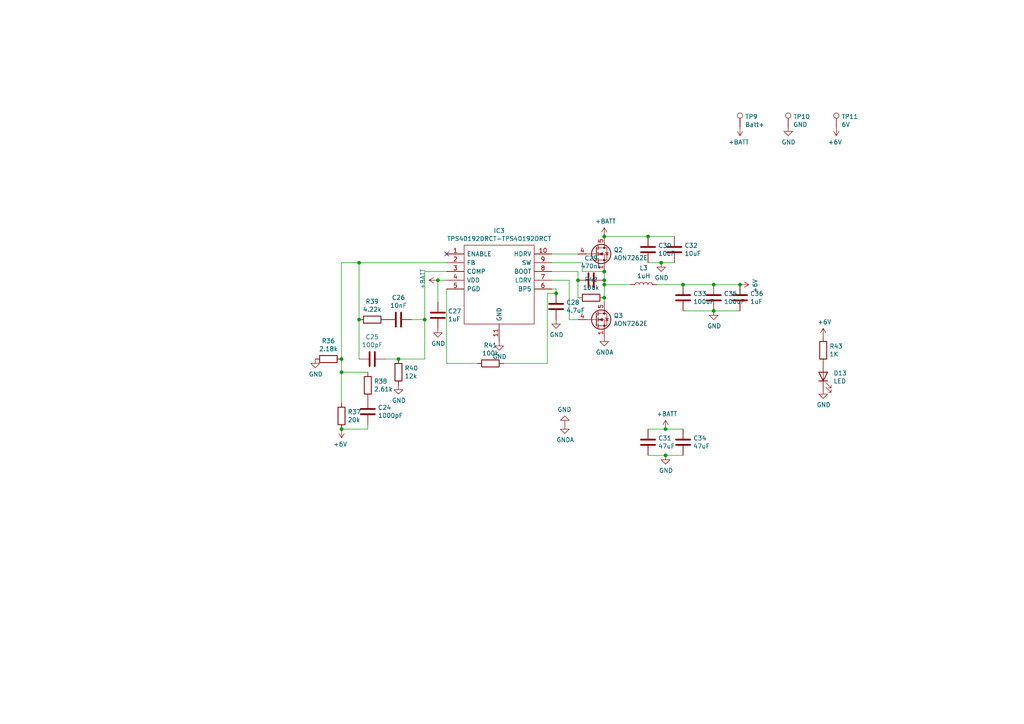
<source format=kicad_sch>
(kicad_sch (version 20230121) (generator eeschema)
  (paper "A4")
  (lib_symbols
    (symbol "Connector:TestPoint" (pin_numbers hide) (pin_names (offset 0.762) hide)
      (property "Reference" "TP" (at 0 6.858 0))
      (property "Value" "TestPoint" (at 0 5.08 0))
      (symbol "TestPoint_0_1"
        (circle (center 0 3.302) (radius 0.762))
      )
      (symbol "TestPoint_1_1"
        (pin passive line (at 0 0 90) (length 2.54) (name "1") (number "1"))
      )
    )
    (symbol "Device:C" (pin_numbers hide) (pin_names (offset 0.254))
      (property "Reference" "C" (at 0.635 2.54 0))
      (property "Value" "C" (at 0.635 -2.54 0))
      (symbol "C_0_1"
        (polyline (pts (xy -2.032 -0.762) (xy 2.032 -0.762)) (stroke (width 0.508)))
        (polyline (pts (xy -2.032 0.762) (xy 2.032 0.762)) (stroke (width 0.508)))
      )
      (symbol "C_1_1"
        (pin passive line (at 0 3.81 270) (length 2.794) (name "~") (number "1"))
        (pin passive line (at 0 -3.81 90) (length 2.794) (name "~") (number "2"))
      )
    )
    (symbol "Device:L" (pin_numbers hide) (pin_names (offset 1.016) hide)
      (property "Reference" "L" (at -1.27 0 90))
      (property "Value" "L" (at 1.905 0 90))
      (symbol "L_0_1"
        (arc (start 0 -2.54) (mid 0.6323 -1.905) (end 0 -1.27))
        (arc (start 0 -1.27) (mid 0.6323 -0.635) (end 0 0))
        (arc (start 0 0) (mid 0.6323 0.635) (end 0 1.27))
        (arc (start 0 1.27) (mid 0.6323 1.905) (end 0 2.54))
      )
      (symbol "L_1_1"
        (pin passive line (at 0 3.81 270) (length 1.27) (name "1") (number "1"))
        (pin passive line (at 0 -3.81 90) (length 1.27) (name "2") (number "2"))
      )
    )
    (symbol "Device:LED" (pin_numbers hide) (pin_names (offset 1.016) hide)
      (property "Reference" "D" (at 0 2.54 0))
      (property "Value" "LED" (at 0 -2.54 0))
      (symbol "LED_0_1"
        (polyline (pts (xy -1.27 -1.27) (xy -1.27 1.27)) (stroke (width 0.254)))
        (polyline (pts (xy -1.27 0) (xy 1.27 0)))
        (polyline (pts (xy 1.27 -1.27) (xy 1.27 1.27) (xy -1.27 0) (xy 1.27 -1.27)) (stroke (width 0.254)))
        (polyline (pts (xy -3.048 -0.762) (xy -4.572 -2.286) (xy -3.81 -2.286) (xy -4.572 -2.286) (xy -4.572 -1.524)))
        (polyline (pts (xy -1.778 -0.762) (xy -3.302 -2.286) (xy -2.54 -2.286) (xy -3.302 -2.286) (xy -3.302 -1.524)))
      )
      (symbol "LED_1_1"
        (pin passive line (at -3.81 0 0) (length 2.54) (name "K") (number "1"))
        (pin passive line (at 3.81 0 180) (length 2.54) (name "A") (number "2"))
      )
    )
    (symbol "Device:R" (pin_numbers hide) (pin_names (offset 0))
      (property "Reference" "R" (at 2.032 0 90))
      (property "Value" "R" (at 0 0 90))
      (symbol "R_0_1"
        (rectangle (start -1.016 -2.54) (end 1.016 2.54) (stroke (width 0.254)))
      )
      (symbol "R_1_1"
        (pin passive line (at 0 3.81 270) (length 1.27) (name "~") (number "1"))
        (pin passive line (at 0 -3.81 90) (length 1.27) (name "~") (number "2"))
      )
    )
    (symbol "SmallKat-v2-rescue:TPS40192DRCT-TPS40192DRCT-SmallKat-v2-rescue-SmallKat-v2-rescue-SmallKat-v2-rescue-SmallKat-v2-rescue-SmallKat-v2-rescue-SmallKat-v2-rescue-SmallKat-v2-rescue-SmallKat-v2-rescue-SmallKat-v2-rescue-SmallKat-v2-rescue-SmallKat-v2-rescue-SmallKat-v2-rescue-SmallKat-v2-rescue-SmallKat-v2-rescue-SmallKat-v2-rescue-SmallKat-v2-rescue-SmallKat-v2-rescue" (pin_names (offset 0.762))
      (property "Reference" "IC" (at 26.67 7.62 0))
      (property "Value" "SmallKat-v2-rescue_TPS40192DRCT-TPS40192DRCT-SmallKat-v2-rescue-SmallKat-v2-rescue-SmallKat-v2-rescue-SmallKat-v2-rescue-SmallKat-v2-rescue-SmallKat-v2-rescue-SmallKat-v2-rescue-SmallKat-v2-rescue-SmallKat-v2-rescue-SmallKat-v2-rescue-SmallKat-v2-rescue-SmallKat-v2-rescue-SmallKat-v2-rescue-SmallKat-v2-rescue-SmallKat-v2-rescue-SmallKat-v2-rescue-SmallKat-v2-rescue" (at 26.67 5.08 0))
      (symbol "TPS40192DRCT-TPS40192DRCT-SmallKat-v2-rescue-SmallKat-v2-rescue-SmallKat-v2-rescue-SmallKat-v2-rescue-SmallKat-v2-rescue-SmallKat-v2-rescue-SmallKat-v2-rescue-SmallKat-v2-rescue-SmallKat-v2-rescue-SmallKat-v2-rescue-SmallKat-v2-rescue-SmallKat-v2-rescue-SmallKat-v2-rescue-SmallKat-v2-rescue-SmallKat-v2-rescue-SmallKat-v2-rescue-SmallKat-v2-rescue_0_0"
        (pin bidirectional line (at 0 0 0) (length 5.08) (name "ENABLE") (number "1"))
        (pin bidirectional line (at 30.48 0 180) (length 5.08) (name "HDRV") (number "10"))
        (pin bidirectional line (at 15.24 -25.4 90) (length 5.08) (name "GND") (number "11"))
        (pin bidirectional line (at 0 -2.54 0) (length 5.08) (name "FB") (number "2"))
        (pin bidirectional line (at 0 -5.08 0) (length 5.08) (name "COMP") (number "3"))
        (pin bidirectional line (at 0 -7.62 0) (length 5.08) (name "VDD") (number "4"))
        (pin bidirectional line (at 0 -10.16 0) (length 5.08) (name "PGD") (number "5"))
        (pin bidirectional line (at 30.48 -10.16 180) (length 5.08) (name "BP5") (number "6"))
        (pin bidirectional line (at 30.48 -7.62 180) (length 5.08) (name "LDRV") (number "7"))
        (pin bidirectional line (at 30.48 -5.08 180) (length 5.08) (name "BOOT") (number "8"))
        (pin bidirectional line (at 30.48 -2.54 180) (length 5.08) (name "SW") (number "9"))
      )
      (symbol "TPS40192DRCT-TPS40192DRCT-SmallKat-v2-rescue-SmallKat-v2-rescue-SmallKat-v2-rescue-SmallKat-v2-rescue-SmallKat-v2-rescue-SmallKat-v2-rescue-SmallKat-v2-rescue-SmallKat-v2-rescue-SmallKat-v2-rescue-SmallKat-v2-rescue-SmallKat-v2-rescue-SmallKat-v2-rescue-SmallKat-v2-rescue-SmallKat-v2-rescue-SmallKat-v2-rescue-SmallKat-v2-rescue-SmallKat-v2-rescue_0_1"
        (polyline (pts (xy 5.08 2.54) (xy 25.4 2.54) (xy 25.4 -20.32) (xy 5.08 -20.32) (xy 5.08 2.54)) (stroke (width 0.1524)))
      )
    )
    (symbol "Transistor_FET:BUK9M120-100EX" (pin_names hide)
      (property "Reference" "Q" (at 5.08 1.905 0))
      (property "Value" "BUK9M120-100EX" (at 5.08 0 0))
      (symbol "BUK9M120-100EX_0_1"
        (polyline (pts (xy 0.254 0) (xy -2.54 0)))
        (polyline (pts (xy 0.254 1.905) (xy 0.254 -1.905)) (stroke (width 0.254)))
        (polyline (pts (xy 0.762 -1.27) (xy 0.762 -2.286)) (stroke (width 0.254)))
        (polyline (pts (xy 0.762 0.508) (xy 0.762 -0.508)) (stroke (width 0.254)))
        (polyline (pts (xy 0.762 2.286) (xy 0.762 1.27)) (stroke (width 0.254)))
        (polyline (pts (xy 2.54 2.54) (xy 2.54 1.778)))
        (polyline (pts (xy 2.54 -2.54) (xy 2.54 0) (xy 0.762 0)))
        (polyline (pts (xy 0.762 -1.778) (xy 3.302 -1.778) (xy 3.302 1.778) (xy 0.762 1.778)))
        (polyline (pts (xy 1.016 0) (xy 2.032 0.381) (xy 2.032 -0.381) (xy 1.016 0)) (fill (type outline)))
        (polyline (pts (xy 2.794 0.508) (xy 2.921 0.381) (xy 3.683 0.381) (xy 3.81 0.254)))
        (polyline (pts (xy 3.302 0.381) (xy 2.921 -0.254) (xy 3.683 -0.254) (xy 3.302 0.381)))
        (circle (center 1.651 0) (radius 2.794) (stroke (width 0.254)))
        (circle (center 2.54 -1.778) (radius 0.254) (fill (type outline)))
        (circle (center 2.54 1.778) (radius 0.254) (fill (type outline)))
      )
      (symbol "BUK9M120-100EX_1_1"
        (pin passive line (at 2.54 -5.08 90) (length 2.54) (name "S") (number "1"))
        (pin passive line (at 2.54 -5.08 90) (length 2.54) hide (name "S") (number "2"))
        (pin passive line (at 2.54 -5.08 90) (length 2.54) hide (name "S") (number "3"))
        (pin passive line (at -5.08 0 0) (length 2.54) (name "G") (number "4"))
        (pin passive line (at 2.54 5.08 270) (length 2.54) (name "D") (number "5"))
      )
    )
    (symbol "power:+6V" (power) (pin_names (offset 0))
      (property "Value" "+6V" (at 0 3.556 0))
      (symbol "+6V_0_1"
        (polyline (pts (xy -0.762 1.27) (xy 0 2.54)))
        (polyline (pts (xy 0 0) (xy 0 2.54)))
        (polyline (pts (xy 0 2.54) (xy 0.762 1.27)))
      )
      (symbol "+6V_1_1"
        (pin power_in line (at 0 0 90) (length 0) hide (name "+6V") (number "1"))
      )
    )
    (symbol "power:+BATT" (power) (pin_names (offset 0))
      (property "Value" "+BATT" (at 0 3.556 0))
      (symbol "+BATT_0_1"
        (polyline (pts (xy -0.762 1.27) (xy 0 2.54)))
        (polyline (pts (xy 0 0) (xy 0 2.54)))
        (polyline (pts (xy 0 2.54) (xy 0.762 1.27)))
      )
      (symbol "+BATT_1_1"
        (pin power_in line (at 0 0 90) (length 0) hide (name "+BATT") (number "1"))
      )
    )
    (symbol "power:GND" (power) (pin_names (offset 0))
      (property "Value" "GND" (at 0 -3.81 0))
      (symbol "GND_0_1"
        (polyline (pts (xy 0 0) (xy 0 -1.27) (xy 1.27 -1.27) (xy 0 -2.54) (xy -1.27 -1.27) (xy 0 -1.27)))
      )
      (symbol "GND_1_1"
        (pin power_in line (at 0 0 270) (length 0) hide (name "GND") (number "1"))
      )
    )
    (symbol "power:GNDA" (power) (pin_names (offset 0))
      (property "Value" "GNDA" (at 0 -3.81 0))
      (symbol "GNDA_0_1"
        (polyline (pts (xy 0 0) (xy 0 -1.27) (xy 1.27 -1.27) (xy 0 -2.54) (xy -1.27 -1.27) (xy 0 -1.27)))
      )
      (symbol "GNDA_1_1"
        (pin power_in line (at 0 0 270) (length 0) hide (name "GNDA") (number "1"))
      )
    )
  )
  (junction (at 127 81.28))
  (junction (at 175.26 78.74))
  (junction (at 99.06 124.46))
  (junction (at 115.57 104.14))
  (junction (at 175.26 86.36))
  (junction (at 207.01 90.17))
  (junction (at 198.12 82.55))
  (junction (at 191.77 76.2))
  (junction (at 207.01 82.55))
  (junction (at 104.14 76.2))
  (junction (at 175.26 68.58))
  (junction (at 175.26 81.28))
  (junction (at 99.06 107.95))
  (junction (at 167.64 81.28))
  (junction (at 104.14 92.71))
  (junction (at 161.29 85.09))
  (junction (at 214.63 82.55))
  (junction (at 99.06 104.14))
  (junction (at 193.04 132.08))
  (junction (at 175.26 82.55))
  (junction (at 193.04 124.46))
  (junction (at 123.19 92.71))
  (junction (at 187.96 68.58))
  (no_connect (at 129.54 73.66))
  (wire (pts (xy 160.02 81.28) (xy 165.1 81.28)))
  (wire (pts (xy 127 81.28) (xy 127 87.63)))
  (wire (pts (xy 129.54 83.82) (xy 129.54 105.41)))
  (wire (pts (xy 168.91 76.2) (xy 168.91 78.74)))
  (wire (pts (xy 146.05 105.41) (xy 158.75 105.41)))
  (wire (pts (xy 195.58 68.58) (xy 187.96 68.58)))
  (wire (pts (xy 129.54 76.2) (xy 104.14 76.2)))
  (wire (pts (xy 129.54 78.74) (xy 123.19 78.74)))
  (wire (pts (xy 99.06 124.46) (xy 106.68 124.46)))
  (wire (pts (xy 99.06 116.84) (xy 99.06 107.95)))
  (wire (pts (xy 187.96 76.2) (xy 191.77 76.2)))
  (wire (pts (xy 198.12 82.55) (xy 207.01 82.55)))
  (wire (pts (xy 99.06 104.14) (xy 99.06 107.95)))
  (wire (pts (xy 165.1 81.28) (xy 165.1 92.71)))
  (wire (pts (xy 167.64 78.74) (xy 167.64 81.28)))
  (wire (pts (xy 167.64 78.74) (xy 160.02 78.74)))
  (wire (pts (xy 158.75 105.41) (xy 158.75 85.09)))
  (wire (pts (xy 175.26 78.74) (xy 175.26 81.28)))
  (wire (pts (xy 123.19 78.74) (xy 123.19 92.71)))
  (wire (pts (xy 167.64 86.36) (xy 167.64 81.28)))
  (wire (pts (xy 207.01 90.17) (xy 214.63 90.17)))
  (wire (pts (xy 123.19 104.14) (xy 123.19 92.71)))
  (wire (pts (xy 198.12 90.17) (xy 207.01 90.17)))
  (wire (pts (xy 175.26 68.58) (xy 187.96 68.58)))
  (wire (pts (xy 129.54 81.28) (xy 127 81.28)))
  (wire (pts (xy 193.04 124.46) (xy 198.12 124.46)))
  (wire (pts (xy 175.26 82.55) (xy 182.88 82.55)))
  (wire (pts (xy 207.01 82.55) (xy 214.63 82.55)))
  (wire (pts (xy 104.14 76.2) (xy 104.14 92.71)))
  (wire (pts (xy 168.91 78.74) (xy 175.26 78.74)))
  (wire (pts (xy 106.68 124.46) (xy 106.68 123.19)))
  (wire (pts (xy 160.02 83.82) (xy 161.29 83.82)))
  (wire (pts (xy 193.04 132.08) (xy 198.12 132.08)))
  (wire (pts (xy 160.02 73.66) (xy 167.64 73.66)))
  (wire (pts (xy 191.77 76.2) (xy 195.58 76.2)))
  (wire (pts (xy 99.06 107.95) (xy 106.68 107.95)))
  (wire (pts (xy 160.02 76.2) (xy 168.91 76.2)))
  (wire (pts (xy 104.14 76.2) (xy 99.06 76.2)))
  (wire (pts (xy 175.26 82.55) (xy 175.26 86.36)))
  (wire (pts (xy 187.96 124.46) (xy 193.04 124.46)))
  (wire (pts (xy 99.06 76.2) (xy 99.06 104.14)))
  (wire (pts (xy 123.19 92.71) (xy 119.38 92.71)))
  (wire (pts (xy 175.26 87.63) (xy 175.26 86.36)))
  (wire (pts (xy 129.54 105.41) (xy 138.43 105.41)))
  (wire (pts (xy 158.75 85.09) (xy 161.29 85.09)))
  (wire (pts (xy 115.57 104.14) (xy 123.19 104.14)))
  (wire (pts (xy 190.5 82.55) (xy 198.12 82.55)))
  (wire (pts (xy 175.26 81.28) (xy 175.26 82.55)))
  (wire (pts (xy 187.96 132.08) (xy 193.04 132.08)))
  (wire (pts (xy 104.14 92.71) (xy 104.14 104.14)))
  (wire (pts (xy 165.1 92.71) (xy 167.64 92.71)))
  (wire (pts (xy 161.29 83.82) (xy 161.29 85.09)))
  (wire (pts (xy 111.76 104.14) (xy 115.57 104.14)))
  (symbol (lib_id "Connector:TestPoint") (at 242.57 36.83 0) (unit 1) (in_bom no)
    (property "Reference" "TP11" (at 244.0432 33.8328 0) (effects (justify left)))
    (property "Value" "6V" (at 244.0432 36.1442 0) (effects (justify left)))
    (property "Footprint" "TestPoint:TestPoint_Pad_D2.0mm" (effects hide))
  )
  (symbol (lib_id "power:+6V") (at 242.57 36.83 180) (unit 1)
    (property "Reference" "#PWR0205" (effects hide))
    (property "Value" "+6V" (at 242.189 41.2242 0))
  )
  (symbol (lib_id "Connector:TestPoint") (at 228.6 36.83 0) (unit 1) (in_bom no)
    (property "Reference" "TP10" (at 230.0732 33.8328 0) (effects (justify left)))
    (property "Value" "GND" (at 230.0732 36.1442 0) (effects (justify left)))
    (property "Footprint" "TestPoint:TestPoint_Pad_D2.0mm" (effects hide))
  )
  (symbol (lib_id "power:GND") (at 228.6 36.83 0) (unit 1)
    (property "Reference" "#PWR0206" (effects hide))
    (property "Value" "GND" (at 228.727 41.2242 0))
  )
  (symbol (lib_id "power:+BATT") (at 214.63 36.83 180) (unit 1)
    (property "Reference" "#PWR0207" (effects hide))
    (property "Value" "+BATT" (at 214.249 41.2242 0))
  )
  (symbol (lib_id "Connector:TestPoint") (at 214.63 36.83 0) (unit 1) (in_bom no)
    (property "Reference" "TP9" (at 216.1032 33.8328 0) (effects (justify left)))
    (property "Value" "Batt+" (at 216.1032 36.1442 0) (effects (justify left)))
    (property "Footprint" "TestPoint:TestPoint_Pad_D2.0mm" (effects hide))
  )
  (symbol (lib_id "power:+BATT") (at 175.26 68.58 0) (unit 1)
    (property "Reference" "#PWR0187" (effects hide))
    (property "Value" "+BATT" (at 175.641 64.1858 0))
  )
  (symbol (lib_id "Device:C") (at 187.96 72.39 0) (unit 1)
    (property "Reference" "C30" (at 190.881 71.2216 0) (effects (justify left)))
    (property "Value" "10uF" (at 190.881 73.533 0) (effects (justify left)))
    (property "Footprint" "Capacitor_SMD:C_1206_3216Metric" (effects hide))
  )
  (symbol (lib_id "power:GND") (at 191.77 76.2 0) (unit 1)
    (property "Reference" "#PWR0188" (effects hide))
    (property "Value" "GND" (at 191.897 80.5942 0))
  )
  (symbol (lib_id "Device:L") (at 186.69 82.55 90) (unit 1)
    (property "Reference" "L3" (at 186.69 77.724 90))
    (property "Value" "1uH" (at 186.69 80.0354 90))
    (property "Footprint" "Inductor_SMD:L_Bourns_SRP1245A" (effects hide))
  )
  (symbol (lib_id "Device:C") (at 171.45 81.28 270) (unit 1)
    (property "Reference" "C29" (at 171.45 74.8792 90))
    (property "Value" "470nF" (at 171.45 77.1906 90))
    (property "Footprint" "Capacitor_SMD:C_0402_1005Metric" (effects hide))
  )
  (symbol (lib_id "Device:R") (at 171.45 86.36 270) (unit 1)
    (property "Reference" "R42" (at 171.45 81.1022 90))
    (property "Value" "100k" (at 171.45 83.4136 90))
    (property "Footprint" "Resistor_SMD:R_0402_1005Metric" (effects hide))
  )
  (symbol (lib_id "power:GNDA") (at 175.26 97.79 0) (unit 1)
    (property "Reference" "#PWR0189" (effects hide))
    (property "Value" "GNDA" (at 175.387 102.1842 0))
  )
  (symbol (lib_id "Device:C") (at 161.29 88.9 0) (unit 1)
    (property "Reference" "C28" (at 164.211 87.7316 0) (effects (justify left)))
    (property "Value" "4.7uF" (at 164.211 90.043 0) (effects (justify left)))
    (property "Footprint" "Capacitor_SMD:C_0402_1005Metric" (effects hide))
  )
  (symbol (lib_id "power:GND") (at 161.29 92.71 0) (unit 1)
    (property "Reference" "#PWR0190" (effects hide))
    (property "Value" "GND" (at 161.417 97.1042 0))
  )
  (symbol (lib_id "power:GND") (at 144.78 99.06 0) (unit 1)
    (property "Reference" "#PWR0191" (effects hide))
    (property "Value" "GND" (at 144.907 103.4542 0))
  )
  (symbol (lib_id "Device:R") (at 142.24 105.41 270) (unit 1)
    (property "Reference" "R41" (at 142.24 100.1522 90))
    (property "Value" "100k" (at 142.24 102.4636 90))
    (property "Footprint" "Resistor_SMD:R_0402_1005Metric" (effects hide))
  )
  (symbol (lib_id "Device:C") (at 127 91.44 0) (unit 1)
    (property "Reference" "C27" (at 129.921 90.2716 0) (effects (justify left)))
    (property "Value" "1uF" (at 129.921 92.583 0) (effects (justify left)))
    (property "Footprint" "Capacitor_SMD:C_0402_1005Metric" (effects hide))
  )
  (symbol (lib_id "power:GND") (at 127 95.25 0) (unit 1)
    (property "Reference" "#PWR0192" (effects hide))
    (property "Value" "GND" (at 127.127 99.6442 0))
  )
  (symbol (lib_id "power:+BATT") (at 127 81.28 90) (unit 1)
    (property "Reference" "#PWR0193" (effects hide))
    (property "Value" "+BATT" (at 122.6058 80.899 0))
  )
  (symbol (lib_id "Device:C") (at 115.57 92.71 270) (unit 1)
    (property "Reference" "C26" (at 115.57 86.3092 90))
    (property "Value" "10nF" (at 115.57 88.6206 90))
    (property "Footprint" "Capacitor_SMD:C_0402_1005Metric" (effects hide))
  )
  (symbol (lib_id "Device:R") (at 107.95 92.71 270) (unit 1)
    (property "Reference" "R39" (at 107.95 87.4522 90))
    (property "Value" "4.22k" (at 107.95 89.7636 90))
    (property "Footprint" "Resistor_SMD:R_0402_1005Metric" (effects hide))
  )
  (symbol (lib_id "Device:C") (at 107.95 104.14 270) (unit 1)
    (property "Reference" "C25" (at 107.95 97.7392 90))
    (property "Value" "100pF" (at 107.95 100.0506 90))
    (property "Footprint" "Capacitor_SMD:C_0402_1005Metric" (effects hide))
  )
  (symbol (lib_id "power:GND") (at 115.57 111.76 0) (unit 1)
    (property "Reference" "#PWR0194" (effects hide))
    (property "Value" "GND" (at 115.697 116.1542 0))
  )
  (symbol (lib_id "Device:R") (at 115.57 107.95 0) (unit 1) (in_bom no)
    (property "Reference" "R40" (at 117.348 106.7816 0) (effects (justify left)))
    (property "Value" "12k" (at 117.348 109.093 0) (effects (justify left)))
    (property "Footprint" "Resistor_SMD:R_0402_1005Metric" (effects hide))
  )
  (symbol (lib_id "power:GND") (at 207.01 90.17 0) (unit 1)
    (property "Reference" "#PWR0195" (effects hide))
    (property "Value" "GND" (at 207.137 94.5642 0))
  )
  (symbol (lib_id "power:+6V") (at 214.63 82.55 270) (unit 1)
    (property "Reference" "#PWR0196" (effects hide))
    (property "Value" "+6V" (at 219.0242 82.931 0))
  )
  (symbol (lib_id "Device:R") (at 95.25 104.14 270) (unit 1)
    (property "Reference" "R36" (at 95.25 98.8822 90))
    (property "Value" "2.18k" (at 95.25 101.1936 90))
    (property "Footprint" "Resistor_SMD:R_0402_1005Metric" (effects hide))
  )
  (symbol (lib_id "Device:R") (at 99.06 120.65 180) (unit 1)
    (property "Reference" "R37" (at 100.838 119.4816 0) (effects (justify right)))
    (property "Value" "20k" (at 100.838 121.793 0) (effects (justify right)))
    (property "Footprint" "Resistor_SMD:R_0402_1005Metric" (effects hide))
  )
  (symbol (lib_id "power:+6V") (at 99.06 124.46 180) (unit 1)
    (property "Reference" "#PWR0197" (effects hide))
    (property "Value" "+6V" (at 98.679 128.8542 0))
  )
  (symbol (lib_id "power:GND") (at 91.44 104.14 0) (unit 1)
    (property "Reference" "#PWR0198" (effects hide))
    (property "Value" "GND" (at 91.567 108.5342 0))
  )
  (symbol (lib_id "Device:R") (at 106.68 111.76 0) (unit 1)
    (property "Reference" "R38" (at 108.458 110.5916 0) (effects (justify left)))
    (property "Value" "2.61k" (at 108.458 112.903 0) (effects (justify left)))
    (property "Footprint" "Resistor_SMD:R_0402_1005Metric" (effects hide))
  )
  (symbol (lib_id "Device:C") (at 106.68 119.38 180) (unit 1)
    (property "Reference" "C24" (at 109.601 118.2116 0) (effects (justify right)))
    (property "Value" "1000pF" (at 109.601 120.523 0) (effects (justify right)))
    (property "Footprint" "Capacitor_SMD:C_0402_1005Metric" (effects hide))
  )
  (symbol (lib_id "Transistor_FET:BUK9M120-100EX") (at 172.72 92.71 0) (unit 1)
    (property "Reference" "Q3" (at 177.9524 91.5416 0) (effects (justify left)))
    (property "Value" "AON7262E" (at 177.9524 93.853 0) (effects (justify left)))
    (property "Footprint" "Package_TO_SOT_SMD:LFPAK33" (effects hide))
    (property "Datasheet" "https://assets.nexperia.com/documents/data-sheet/BUK9M120-100E.pdf" (effects hide))
  )
  (symbol (lib_id "Transistor_FET:BUK9M120-100EX") (at 172.72 73.66 0) (unit 1)
    (property "Reference" "Q2" (at 177.9524 72.4916 0) (effects (justify left)))
    (property "Value" "AON7262E" (at 177.9524 74.803 0) (effects (justify left)))
    (property "Footprint" "Package_TO_SOT_SMD:LFPAK33" (effects hide))
    (property "Datasheet" "https://assets.nexperia.com/documents/data-sheet/BUK9M120-100E.pdf" (effects hide))
  )
  (symbol (lib_id "power:GNDA") (at 163.83 123.19 0) (unit 1)
    (property "Reference" "#PWR0199" (effects hide))
    (property "Value" "GNDA" (at 163.957 127.5842 0))
  )
  (symbol (lib_id "power:GND") (at 163.83 123.19 180) (unit 1)
    (property "Reference" "#PWR0200" (effects hide))
    (property "Value" "GND" (at 163.703 118.7958 0))
  )
  (symbol (lib_id "Device:C") (at 214.63 86.36 0) (unit 1)
    (property "Reference" "C36" (at 217.551 85.1916 0) (effects (justify left)))
    (property "Value" "1uF" (at 217.551 87.503 0) (effects (justify left)))
    (property "Footprint" "Capacitor_SMD:C_0402_1005Metric" (effects hide))
  )
  (symbol (lib_id "Device:C") (at 207.01 86.36 0) (unit 1)
    (property "Reference" "C35" (at 209.931 85.1916 0) (effects (justify left)))
    (property "Value" "100uF" (at 209.931 87.503 0) (effects (justify left)))
    (property "Footprint" "Capacitor_SMD:C_1210_3225Metric" (effects hide))
  )
  (symbol (lib_id "Device:C") (at 198.12 86.36 0) (unit 1)
    (property "Reference" "C33" (at 201.041 85.1916 0) (effects (justify left)))
    (property "Value" "100uF" (at 201.041 87.503 0) (effects (justify left)))
    (property "Footprint" "Capacitor_SMD:C_1210_3225Metric" (effects hide))
  )
  (symbol (lib_id "Device:C") (at 195.58 72.39 0) (unit 1)
    (property "Reference" "C32" (at 198.501 71.2216 0) (effects (justify left)))
    (property "Value" "10uF" (at 198.501 73.533 0) (effects (justify left)))
    (property "Footprint" "Capacitor_SMD:C_1206_3216Metric" (effects hide))
  )
  (symbol (lib_id "Device:C") (at 187.96 128.27 0) (unit 1)
    (property "Reference" "C31" (at 190.881 127.1016 0) (effects (justify left)))
    (property "Value" "47uF" (at 190.881 129.413 0) (effects (justify left)))
    (property "Footprint" "Capacitor_SMD:C_1206_3216Metric" (effects hide))
  )
  (symbol (lib_id "Device:C") (at 198.12 128.27 0) (unit 1)
    (property "Reference" "C34" (at 201.041 127.1016 0) (effects (justify left)))
    (property "Value" "47uF" (at 201.041 129.413 0) (effects (justify left)))
    (property "Footprint" "Capacitor_SMD:C_1206_3216Metric" (effects hide))
  )
  (symbol (lib_id "power:+BATT") (at 193.04 124.46 0) (unit 1)
    (property "Reference" "#PWR0201" (effects hide))
    (property "Value" "+BATT" (at 193.421 120.0658 0))
  )
  (symbol (lib_id "power:GND") (at 193.04 132.08 0) (unit 1)
    (property "Reference" "#PWR0202" (effects hide))
    (property "Value" "GND" (at 193.167 136.4742 0))
  )
  (symbol (lib_id "Device:R") (at 238.76 101.6 0) (unit 1)
    (property "Reference" "R43" (at 240.538 100.4316 0) (effects (justify left)))
    (property "Value" "1K" (at 240.538 102.743 0) (effects (justify left)))
    (property "Footprint" "Resistor_SMD:R_0402_1005Metric" (effects hide))
  )
  (symbol (lib_id "Device:LED") (at 238.76 109.22 90) (unit 1)
    (property "Reference" "D13" (at 241.7318 108.2294 90) (effects (justify right)))
    (property "Value" "LED" (at 241.7318 110.5408 90) (effects (justify right)))
    (property "Footprint" "LED_SMD:LED_0603_1608Metric" (effects hide))
  )
  (symbol (lib_id "power:GND") (at 238.76 113.03 0) (unit 1)
    (property "Reference" "#PWR0203" (effects hide))
    (property "Value" "GND" (at 238.887 117.4242 0))
  )
  (symbol (lib_id "power:+6V") (at 238.76 97.79 0) (unit 1)
    (property "Reference" "#PWR0204" (effects hide))
    (property "Value" "+6V" (at 239.141 93.3958 0))
  )
  (symbol (lib_id "SmallKat-v2-rescue:TPS40192DRCT-TPS40192DRCT-SmallKat-v2-rescue-SmallKat-v2-rescue-SmallKat-v2-rescue-SmallKat-v2-rescue-SmallKat-v2-rescue-SmallKat-v2-rescue-SmallKat-v2-rescue-SmallKat-v2-rescue-SmallKat-v2-rescue-SmallKat-v2-rescue-SmallKat-v2-rescue-SmallKat-v2-rescue-SmallKat-v2-rescue-SmallKat-v2-rescue-SmallKat-v2-rescue-SmallKat-v2-rescue-SmallKat-v2-rescue") (at 129.54 73.66 0) (unit 1)
    (property "Reference" "IC3" (at 144.78 66.929 0))
    (property "Value" "TPS40192DRCT-TPS40192DRCT" (at 144.78 69.2404 0))
    (property "Footprint" "Package_SON:VSON-10-1EP_3x3mm_P0.5mm_EP1.2x2mm" (effects hide))
    (property "Datasheet" "http://www.ti.com/lit/ds/symlink/tps40192.pdf" (effects hide))
    (property "Description" "4.5V to 18V Input, 20A Synchronous Buck Controller with Power Good, 600kHz" (effects hide))
    (property "Height" "1" (effects hide))
    (property "Manufacturer_Name" "Texas Instruments" (effects hide))
    (property "Manufacturer_Part_Number" "TPS40192DRCT" (effects hide))
    (property "Mouser Part Number" "595-TPS40192DRCT" (effects hide))
    (property "Mouser Price/Stock" "https://www.mouser.com/Search/Refine.aspx?Keyword=595-TPS40192DRCT" (effects hide))
    (property "RS Part Number" "0404364P" (effects hide))
    (property "RS Price/Stock" "http://uk.rs-online.com/web/p/products/0404364P" (effects hide))
  )
)
</source>
